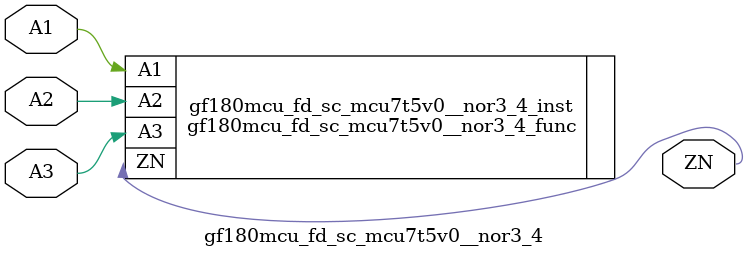
<source format=v>

module gf180mcu_fd_sc_mcu7t5v0__nor3_4( A2, ZN, A3, A1 );
input A1, A2, A3;
output ZN;

   `ifdef FUNCTIONAL  //  functional //

	gf180mcu_fd_sc_mcu7t5v0__nor3_4_func gf180mcu_fd_sc_mcu7t5v0__nor3_4_behav_inst(.A2(A2),.ZN(ZN),.A3(A3),.A1(A1));

   `else

	gf180mcu_fd_sc_mcu7t5v0__nor3_4_func gf180mcu_fd_sc_mcu7t5v0__nor3_4_inst(.A2(A2),.ZN(ZN),.A3(A3),.A1(A1));

	// spec_gates_begin


	// spec_gates_end



   specify

	// specify_block_begin

	// comb arc A1 --> ZN
	 (A1 => ZN) = (1.0,1.0);

	// comb arc A2 --> ZN
	 (A2 => ZN) = (1.0,1.0);

	// comb arc A3 --> ZN
	 (A3 => ZN) = (1.0,1.0);

	// specify_block_end

   endspecify

   `endif

endmodule

</source>
